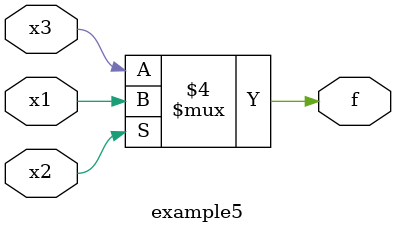
<source format=sv>
module example5(x1, x2, x3, f);
input x1, x2, x3;
output f;
reg f;
always @(x1 or x2 or x3)
    if (x2 == 1)
        f = x1;
    else
        f = x3;
endmodule
</source>
